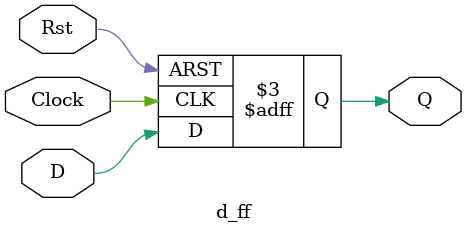
<source format=v>
module d_ff( input wire Clock, input wire D, input Rst, output reg Q);
always @(negedge Rst or posedge Clock )
begin
if (!Rst)
Q = 0;
else
Q = D;
end
endmodule



</source>
